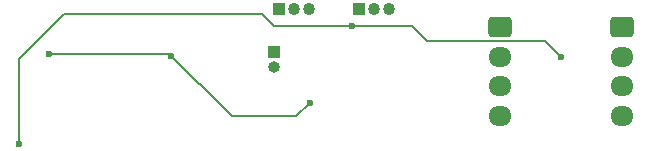
<source format=gbr>
%TF.GenerationSoftware,KiCad,Pcbnew,8.0.1*%
%TF.CreationDate,2024-03-19T15:30:11+01:00*%
%TF.ProjectId,lang1,6c616e67-312e-46b6-9963-61645f706362,rev?*%
%TF.SameCoordinates,Original*%
%TF.FileFunction,Copper,L2,Bot*%
%TF.FilePolarity,Positive*%
%FSLAX46Y46*%
G04 Gerber Fmt 4.6, Leading zero omitted, Abs format (unit mm)*
G04 Created by KiCad (PCBNEW 8.0.1) date 2024-03-19 15:30:11*
%MOMM*%
%LPD*%
G01*
G04 APERTURE LIST*
G04 Aperture macros list*
%AMRoundRect*
0 Rectangle with rounded corners*
0 $1 Rounding radius*
0 $2 $3 $4 $5 $6 $7 $8 $9 X,Y pos of 4 corners*
0 Add a 4 corners polygon primitive as box body*
4,1,4,$2,$3,$4,$5,$6,$7,$8,$9,$2,$3,0*
0 Add four circle primitives for the rounded corners*
1,1,$1+$1,$2,$3*
1,1,$1+$1,$4,$5*
1,1,$1+$1,$6,$7*
1,1,$1+$1,$8,$9*
0 Add four rect primitives between the rounded corners*
20,1,$1+$1,$2,$3,$4,$5,0*
20,1,$1+$1,$4,$5,$6,$7,0*
20,1,$1+$1,$6,$7,$8,$9,0*
20,1,$1+$1,$8,$9,$2,$3,0*%
G04 Aperture macros list end*
%TA.AperFunction,ComponentPad*%
%ADD10R,1.030000X1.030000*%
%TD*%
%TA.AperFunction,ComponentPad*%
%ADD11C,1.030000*%
%TD*%
%TA.AperFunction,ComponentPad*%
%ADD12RoundRect,0.250000X-0.725000X0.600000X-0.725000X-0.600000X0.725000X-0.600000X0.725000X0.600000X0*%
%TD*%
%TA.AperFunction,ComponentPad*%
%ADD13O,1.950000X1.700000*%
%TD*%
%TA.AperFunction,ComponentPad*%
%ADD14R,1.000000X1.000000*%
%TD*%
%TA.AperFunction,ComponentPad*%
%ADD15O,1.000000X1.000000*%
%TD*%
%TA.AperFunction,ViaPad*%
%ADD16C,0.600000*%
%TD*%
%TA.AperFunction,Conductor*%
%ADD17C,0.200000*%
%TD*%
G04 APERTURE END LIST*
D10*
%TO.P,VDD,1,VCC*%
%TO.N,VDD*%
X135228000Y-54450000D03*
D11*
%TO.P,VDD,2,GND*%
%TO.N,GND*%
X136498000Y-54450000D03*
%TO.P,VDD,3,OUT*%
%TO.N,Net-(U1-AIN1)*%
X137768000Y-54450000D03*
%TD*%
D12*
%TO.P,J2,1,Pin_1*%
%TO.N,VDD*%
X147200000Y-56000000D03*
D13*
%TO.P,J2,2,Pin_2*%
%TO.N,GND*%
X147200000Y-58500000D03*
%TO.P,J2,3,Pin_3*%
%TO.N,Net-(J1-Pin_3)*%
X147200000Y-61000000D03*
%TO.P,J2,4,Pin_4*%
%TO.N,Net-(J1-Pin_4)*%
X147200000Y-63500000D03*
%TD*%
D14*
%TO.P,J3,1,Pin_1*%
%TO.N,Net-(J3-Pin_1)*%
X128012047Y-58123422D03*
D15*
%TO.P,J3,2,Pin_2*%
%TO.N,Net-(J3-Pin_2)*%
X128012047Y-59393422D03*
%TD*%
D10*
%TO.P,VDD,1,VCC*%
%TO.N,VDD*%
X128428000Y-54450000D03*
D11*
%TO.P,VDD,2,GND*%
%TO.N,GND*%
X129698000Y-54450000D03*
%TO.P,VDD,3,OUT*%
%TO.N,Net-(U1-AIN0)*%
X130968000Y-54450000D03*
%TD*%
D12*
%TO.P,J1,1,Pin_1*%
%TO.N,VDD*%
X157480000Y-56000000D03*
D13*
%TO.P,J1,2,Pin_2*%
%TO.N,GND*%
X157480000Y-58500000D03*
%TO.P,J1,3,Pin_3*%
%TO.N,Net-(J1-Pin_3)*%
X157480000Y-61000000D03*
%TO.P,J1,4,Pin_4*%
%TO.N,Net-(J1-Pin_4)*%
X157480000Y-63500000D03*
%TD*%
D16*
%TO.N,GND*%
X106440000Y-65865000D03*
X134620000Y-55880000D03*
X119347500Y-58452500D03*
X131045338Y-62367042D03*
X152320000Y-58500000D03*
X108980000Y-58245000D03*
%TD*%
D17*
%TO.N,GND*%
X128046177Y-55880000D02*
X134620000Y-55880000D01*
X106440000Y-65865000D02*
X106440000Y-58660000D01*
X121680000Y-60785000D02*
X119140000Y-58245000D01*
X150970000Y-57150000D02*
X152320000Y-58500000D01*
X119140000Y-58245000D02*
X119347500Y-58452500D01*
X110266177Y-54833823D02*
X127000000Y-54833823D01*
X140970000Y-57150000D02*
X150970000Y-57150000D01*
X129912380Y-63500000D02*
X124460000Y-63500000D01*
X131045338Y-62367042D02*
X129912380Y-63500000D01*
X121745000Y-60785000D02*
X121680000Y-60785000D01*
X119140000Y-58245000D02*
X108980000Y-58245000D01*
X106440000Y-58660000D02*
X110266177Y-54833823D01*
X127000000Y-54833823D02*
X128046177Y-55880000D01*
X139700000Y-55880000D02*
X140970000Y-57150000D01*
X134620000Y-55880000D02*
X139700000Y-55880000D01*
X124460000Y-63500000D02*
X121745000Y-60785000D01*
%TD*%
M02*

</source>
